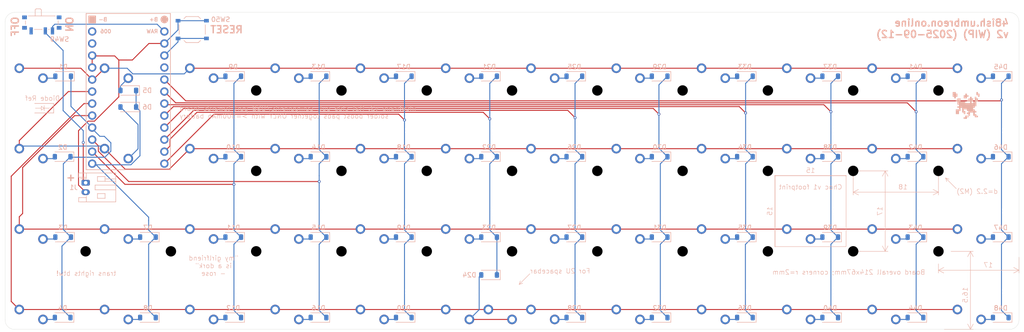
<source format=kicad_pcb>
(kicad_pcb
	(version 20241229)
	(generator "pcbnew")
	(generator_version "9.0")
	(general
		(thickness 1.6)
		(legacy_teardrops no)
	)
	(paper "A3")
	(title_block
		(title "plank")
		(rev "v1.0.0")
		(company "Unknown")
	)
	(layers
		(0 "F.Cu" signal)
		(2 "B.Cu" signal)
		(9 "F.Adhes" user "F.Adhesive")
		(11 "B.Adhes" user "B.Adhesive")
		(13 "F.Paste" user)
		(15 "B.Paste" user)
		(5 "F.SilkS" user "F.Silkscreen")
		(7 "B.SilkS" user "B.Silkscreen")
		(1 "F.Mask" user)
		(3 "B.Mask" user)
		(17 "Dwgs.User" user "User.Drawings")
		(19 "Cmts.User" user "User.Comments")
		(21 "Eco1.User" user "User.Eco1")
		(23 "Eco2.User" user "User.Eco2")
		(25 "Edge.Cuts" user)
		(27 "Margin" user)
		(31 "F.CrtYd" user "F.Courtyard")
		(29 "B.CrtYd" user "B.Courtyard")
		(35 "F.Fab" user)
		(33 "B.Fab" user)
	)
	(setup
		(pad_to_mask_clearance 0)
		(allow_soldermask_bridges_in_footprints no)
		(tenting front back)
		(pcbplotparams
			(layerselection 0x00000000_00000000_55555555_5755f5ff)
			(plot_on_all_layers_selection 0x00000000_00000000_00000000_00000000)
			(disableapertmacros no)
			(usegerberextensions no)
			(usegerberattributes yes)
			(usegerberadvancedattributes yes)
			(creategerberjobfile yes)
			(dashed_line_dash_ratio 12.000000)
			(dashed_line_gap_ratio 3.000000)
			(svgprecision 4)
			(plotframeref no)
			(mode 1)
			(useauxorigin no)
			(hpglpennumber 1)
			(hpglpenspeed 20)
			(hpglpendiameter 15.000000)
			(pdf_front_fp_property_popups yes)
			(pdf_back_fp_property_popups yes)
			(pdf_metadata yes)
			(pdf_single_document no)
			(dxfpolygonmode yes)
			(dxfimperialunits yes)
			(dxfusepcbnewfont yes)
			(psnegative no)
			(psa4output no)
			(plot_black_and_white yes)
			(sketchpadsonfab no)
			(plotpadnumbers no)
			(hidednponfab no)
			(sketchdnponfab yes)
			(crossoutdnponfab yes)
			(subtractmaskfromsilk no)
			(outputformat 1)
			(mirror no)
			(drillshape 0)
			(scaleselection 1)
			(outputdirectory "48ish_soldered_out/")
		)
	)
	(net 0 "")
	(net 1 "Net-(D1-A)")
	(net 2 "/col0")
	(net 3 "Net-(D2-A)")
	(net 4 "Net-(D3-A)")
	(net 5 "Net-(D4-A)")
	(net 6 "/col1")
	(net 7 "Net-(D5-A)")
	(net 8 "Net-(D6-A)")
	(net 9 "Net-(D7-A)")
	(net 10 "Net-(D8-A)")
	(net 11 "Net-(D9-A)")
	(net 12 "/col2")
	(net 13 "Net-(D10-A)")
	(net 14 "Net-(D11-A)")
	(net 15 "Net-(D12-A)")
	(net 16 "/col3")
	(net 17 "Net-(D13-A)")
	(net 18 "Net-(D14-A)")
	(net 19 "Net-(D15-A)")
	(net 20 "Net-(D16-A)")
	(net 21 "Net-(D17-A)")
	(net 22 "/col4")
	(net 23 "Net-(D18-A)")
	(net 24 "Net-(D19-A)")
	(net 25 "Net-(D20-A)")
	(net 26 "Net-(D21-A)")
	(net 27 "/col5")
	(net 28 "Net-(D22-A)")
	(net 29 "Net-(D23-A)")
	(net 30 "Net-(D24-A)")
	(net 31 "Net-(D25-A)")
	(net 32 "/col6")
	(net 33 "Net-(D26-A)")
	(net 34 "Net-(D27-A)")
	(net 35 "Net-(D28-A)")
	(net 36 "/col7")
	(net 37 "Net-(D29-A)")
	(net 38 "Net-(D30-A)")
	(net 39 "Net-(D31-A)")
	(net 40 "Net-(D32-A)")
	(net 41 "Net-(D33-A)")
	(net 42 "/col8")
	(net 43 "Net-(D34-A)")
	(net 44 "Net-(D35-A)")
	(net 45 "Net-(D36-A)")
	(net 46 "Net-(D37-A)")
	(net 47 "/col9")
	(net 48 "Net-(D38-A)")
	(net 49 "Net-(D39-A)")
	(net 50 "Net-(D40-A)")
	(net 51 "Net-(D41-A)")
	(net 52 "/col10")
	(net 53 "Net-(D42-A)")
	(net 54 "Net-(D43-A)")
	(net 55 "Net-(D44-A)")
	(net 56 "/col11")
	(net 57 "Net-(D45-A)")
	(net 58 "Net-(D46-A)")
	(net 59 "Net-(D47-A)")
	(net 60 "Net-(D48-A)")
	(net 61 "Net-(J1-Pin_1)")
	(net 62 "VBAT")
	(net 63 "/row0")
	(net 64 "/row2")
	(net 65 "GND")
	(net 66 "unconnected-(U1-P0{slash}RX-Pad2)")
	(net 67 "/row3")
	(net 68 "unconnected-(U1-P1{slash}TX-Pad1)")
	(net 69 "/row1")
	(net 70 "Net-(SW50-A)")
	(net 71 "unconnected-(SW49-A-Pad1)")
	(net 72 "unconnected-(U1-VCC-Pad16)")
	(footprint "stuff:Choc_v1" (layer "F.Cu") (at 134.5 128))
	(footprint "stuff:Choc_v1" (layer "F.Cu") (at 242.5 128))
	(footprint "stuff:Choc_v1" (layer "F.Cu") (at 188.5 128))
	(footprint "stuff:shitty_m2_mounting_hole" (layer "F.Cu") (at 161.5 136.5))
	(footprint "stuff:Choc_v1" (layer "F.Cu") (at 278.5 111))
	(footprint "stuff:shitty_m2_mounting_hole" (layer "F.Cu") (at 197.5 153.5))
	(footprint "stuff:shitty_m2_mounting_hole" (layer "F.Cu") (at 305.5 136.5))
	(footprint "stuff:Choc_v1" (layer "F.Cu") (at 206.5 111))
	(footprint "stuff:Choc_v1" (layer "F.Cu") (at 170.5 145))
	(footprint "stuff:Choc_v1" (layer "F.Cu") (at 260.5 111))
	(footprint "stuff:Choc_v1" (layer "F.Cu") (at 152.5 128))
	(footprint "stuff:shitty_m2_mounting_hole" (layer "F.Cu") (at 287.5 153.5))
	(footprint "stuff:Choc_v1" (layer "F.Cu") (at 116.5 128))
	(footprint "stuff:Choc_v1" (layer "F.Cu") (at 224.5 128))
	(footprint "stuff:shitty_m2_mounting_hole" (layer "F.Cu") (at 179.5 153.5))
	(footprint "stuff:Choc_v1" (layer "F.Cu") (at 224.5 145))
	(footprint "stuff:Choc_v1" (layer "F.Cu") (at 134.5 111))
	(footprint "stuff:shitty_m2_mounting_hole" (layer "F.Cu") (at 215.5 119.5))
	(footprint "stuff:shitty_m2_mounting_hole" (layer "F.Cu") (at 269.5 153.5))
	(footprint "stuff:Choc_v1" (layer "F.Cu") (at 314.5 145))
	(footprint "stuff:Choc_v1" (layer "F.Cu") (at 314.5 128))
	(footprint "stuff:Choc_v1" (layer "F.Cu") (at 278.5 162))
	(footprint "stuff:shitty_m2_mounting_hole" (layer "F.Cu") (at 197.5 136.5))
	(footprint "stuff:Choc_v1" (layer "F.Cu") (at 224.5 111))
	(footprint "stuff:Choc_v1" (layer "F.Cu") (at 260.5 162))
	(footprint "stuff:shitty_m2_mounting_hole" (layer "F.Cu") (at 233.5 136.5))
	(footprint "stuff:Choc_v1" (layer "F.Cu") (at 188.5 162))
	(footprint "stuff:Choc_v1" (layer "F.Cu") (at 152.5 162))
	(footprint "stuff:Choc_v1" (layer "F.Cu") (at 116.5 162))
	(footprint "stuff:shitty_m2_mounting_hole" (layer "F.Cu") (at 233.5 153.5))
	(footprint "stuff:shitty_m2_mounting_hole" (layer "F.Cu") (at 161.5 153.5))
	(footprint "stuff:Choc_v1" (layer "F.Cu") (at 170.5 162))
	(footprint "stuff:Choc_v1" (layer "F.Cu") (at 278.5 128))
	(footprint "stuff:Choc_v1" (layer "F.Cu") (at 116.5 145))
	(footprint "stuff:Choc_v1" (layer "F.Cu") (at 260.5 128))
	(footprint "stuff:Choc_v1" (layer "F.Cu") (at 206.5 128))
	(footprint "stuff:Choc_v1" (layer "F.Cu") (at 242.5 111))
	(footprint "stuff:shitty_m2_mounting_hole" (layer "F.Cu") (at 251.5 136.5))
	(footprint "stuff:Choc_v1" (layer "F.Cu") (at 242.5 145))
	(footprint "stuff:Choc_v1" (layer "F.Cu") (at 215.5 162))
	(footprint "stuff:Choc_v1" (layer "F.Cu") (at 134.5 145))
	(footprint "stuff:Choc_v1" (layer "F.Cu") (at 296.5 145))
	(footprint "stuff:shitty_m2_mounting_hole" (layer "F.Cu") (at 251.5 119.5))
	(footprint "stuff:Choc_v1" (layer "F.Cu") (at 170.5 128))
	(footprint "stuff:Choc_v1" (layer "F.Cu") (at 296.5 162))
	(footprint "stuff:Choc_v1" (layer "F.Cu") (at 314.5 111))
	(footprint "stuff:shitty_m2_mounting_hole" (layer "F.Cu") (at 197.5 119.5))
	(footprint "stuff:Choc_v1" (layer "F.Cu") (at 260.5 145))
	(footprint "stuff:Choc_v1" (layer "F.Cu") (at 170.5 111))
	(footprint "stuff:Choc_v1" (layer "F.Cu") (at 116.5 111))
	(footprint "stuff:shitty_m2_mounting_hole" (layer "F.Cu") (at 233.5 119.5))
	(footprint "stuff:Choc_v1" (layer "F.Cu") (at 152.5 111))
	(footprint "stuff:shitty_m2_mounting_hole" (layer "F.Cu") (at 305.5 119.5))
	(footprint "stuff:shitty_m2_mounting_hole" (layer "F.Cu") (at 179.5 119.5))
	(footprint "stuff:shitty_m2_mounting_hole" (layer "F.Cu") (at 287.5 119.5))
	(footprint "stuff:Choc_v1" (layer "F.Cu") (at 188.5 111))
	(footprint "stuff:Choc_v1"
		(layer "F.Cu")
		(uuid "a7b66de5-a523-4388-96a2-dbc5aede52e0")
		(at 206.5 162)
		(property "Reference" "SW24"
			(at 0 0 0)
			(layer "F.SilkS")
			(hide yes)
			(uuid "9e6bef2b-fec0-4290-b7be-f5a19a19c1e5")
			(effects
				(font
					(size 1.27 1.27)
					(thickness 0.15)
				)
			)
		)
		(property "Value" "SW_SPST"
			(at 0 0 0)
			(layer "F.SilkS")
			(hide yes)
			(uuid "f321ff4f-09e2-42d3-a572-f5847d26c9d4")
			(effects
				(font
					(size 1.27 1.27)
					(thickness 0.15)
				)
			)
		)
		(property "Datasheet" "~"
			(at 0 0 0)
			(layer "F.Fab")
			(hide yes)
			(uuid "f09fd434-e0be-489a-b7d1-cbc9588999b3")
			(effects
				(font
					(size 1.27 1.27)
					(thickness 0.15)
				)
			)
		)
		(property "Description" "Choc v1 keyswitch"
			(at 0 0 0)
			(layer "F.Fab")
			(hide yes)
			(uuid "ed1681d9-22e3-4c46-ac14-95d414ed05af")
			(effects
				(font
					(size 1.27 1.27)
					(thickness 0.15)
				)
			)
		)
		(property "JLCPCB Part Number" ""
			(at 0 0 0)
			(unlocked yes)
			(layer "F.Fab")
			(hide yes)
			(uuid "0789c039-6cf3-4b81-8174-d043e68d6612")
			(effects
				(font
					(size 1 1)
					(thickness 0.15)
				)
			)
		)
		(path "/cc581630-d5ec-4eb5-8816-96c4ce2eb12b")
		(sheetname "/")
		(sheetfile "48ish_soldered.kicad_sch")
		(attr through_hole exclude_from_bom)
		(fp_line
			(start -9 -8.5)
			(end 9 -8.5)
			(stroke
				(width 0.15)
				(type solid)
			)
			(layer "Dwgs.User")
			(uuid "7f5bbb4f-71a4-4230-b2a5-3812f2c24886")
		)
		(fp_line
			(start -9 8.5)
			(end -9 -8.5)
			(stroke
				(width 0.15)
				(type solid)
			)
			(layer "Dwgs.User")
			(uuid "3ccc1e02-44f4-448d-a719-5d17fba80eec")
		)
		(fp_line
			(start -7 -6)
			(end -7 -7)
			(stroke
				(width 0.15)
				(type solid)
			)
			(layer "Dwgs.User")
			(uuid "3ddfae5f-2da4-44de-82b5-5320776196f4")
		)
		(fp_line
			(start -7 7)
			(end -7 6)
			(stroke
				(width 0.15)
				(type solid)
			)
			(layer "Dwgs.User")
			(uuid "b901dece-80b4-4e6f-bf12-4577a5ba6427")
		)
		(fp_line
			(start -7 7)
			(end -6 7)
			(stroke
				(width 0.15)
				(type solid)
			)
			(layer "Dwgs.User")
			(uuid "c17e7381-4a16-4a97-b8b0-92080b0d1b90")
		)
		(fp_line
			(start -6 -7)
			(end -7 -7)
			(stroke
				(width 0.15)
				(type solid)
			)
			(layer "Dwgs.User")
			(uuid "0dc31092-0453-4779-8ea5-bb12854fdd7e")
		)
		(fp_line
			(start 6 7)
			(end 7 7)
			(stroke
				(width 0.15)
				(type solid)
			)
			(layer "Dwgs.User")
			(uuid "884893c0-fed7-419d-bd07-ceef1e137390")
		)
		(fp_line
			(start 7 -7)
			(end 6 -7)
			(stroke
				(width 0.15)
				(type solid)
			)
		
... [465697 chars truncated]
</source>
